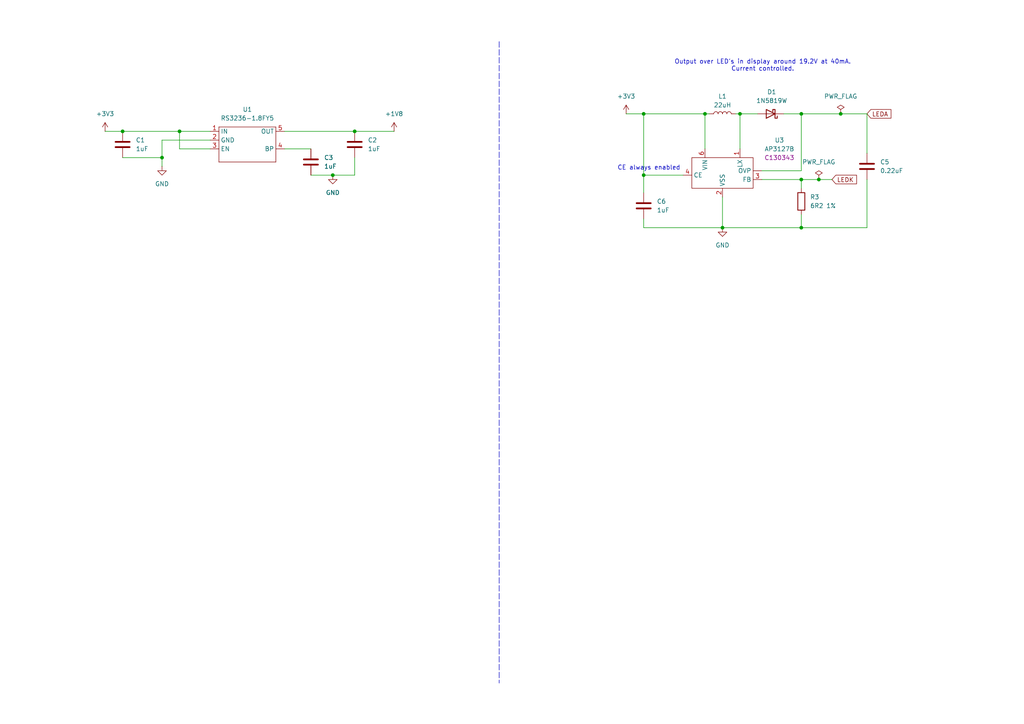
<source format=kicad_sch>
(kicad_sch (version 20231120) (generator "eeschema") (generator_version "8.0")
  (paper "A4")
  (lib_symbols
    (symbol "Device:C" (pin_numbers hide) (pin_names (offset 0.254))
      (property "Reference" "C" (at 0.635 2.54 0))
      (property "Value" "C" (at 0.635 -2.54 0))
      (symbol "C_0_1"
        (polyline (pts (xy -2.032 -0.762) (xy 2.032 -0.762)) (stroke (width 0.508)))
        (polyline (pts (xy -2.032 0.762) (xy 2.032 0.762)) (stroke (width 0.508)))
      )
      (symbol "C_1_1"
        (pin passive line (at 0 3.81 270) (length 2.794) (name "~") (number "1"))
        (pin passive line (at 0 -3.81 90) (length 2.794) (name "~") (number "2"))
      )
    )
    (symbol "Device:D_Schottky" (pin_numbers hide) (pin_names (offset 1.016) hide)
      (property "Reference" "D" (at 0 2.54 0))
      (property "Value" "D_Schottky" (at 0 -2.54 0))
      (symbol "D_Schottky_0_1"
        (polyline (pts (xy 1.27 0) (xy -1.27 0)))
        (polyline (pts (xy 1.27 1.27) (xy 1.27 -1.27) (xy -1.27 0) (xy 1.27 1.27)) (stroke (width 0.254)))
        (polyline (pts (xy -1.905 0.635) (xy -1.905 1.27) (xy -1.27 1.27) (xy -1.27 -1.27) (xy -0.635 -1.27) (xy -0.635 -0.635)) (stroke (width 0.254)))
      )
      (symbol "D_Schottky_1_1"
        (pin passive line (at -3.81 0 0) (length 2.54) (name "K") (number "1"))
        (pin passive line (at 3.81 0 180) (length 2.54) (name "A") (number "2"))
      )
    )
    (symbol "Device:L" (pin_numbers hide) (pin_names (offset 1.016) hide)
      (property "Reference" "L" (at -1.27 0 90))
      (property "Value" "L" (at 1.905 0 90))
      (symbol "L_0_1"
        (arc (start 0 -2.54) (mid 0.6323 -1.905) (end 0 -1.27))
        (arc (start 0 -1.27) (mid 0.6323 -0.635) (end 0 0))
        (arc (start 0 0) (mid 0.6323 0.635) (end 0 1.27))
        (arc (start 0 1.27) (mid 0.6323 1.905) (end 0 2.54))
      )
      (symbol "L_1_1"
        (pin passive line (at 0 3.81 270) (length 1.27) (name "1") (number "1"))
        (pin passive line (at 0 -3.81 90) (length 1.27) (name "2") (number "2"))
      )
    )
    (symbol "Device:R" (pin_numbers hide) (pin_names (offset 0))
      (property "Reference" "R" (at 2.032 0 90))
      (property "Value" "R" (at 0 0 90))
      (symbol "R_0_1"
        (rectangle (start -1.016 -2.54) (end 1.016 2.54) (stroke (width 0.254)))
      )
      (symbol "R_1_1"
        (pin passive line (at 0 3.81 270) (length 1.27) (name "~") (number "1"))
        (pin passive line (at 0 -3.81 90) (length 1.27) (name "~") (number "2"))
      )
    )
    (symbol "ap3127b-custom:ap3127b-sot-23-6l"
      (property "Reference" "U" (at 4.318 5.334 0))
      (property "Value" "AP3127B" (at 5.08 0 0))
      (property "LCSC" "C130343" (at -2.794 -7.874 0))
      (symbol "ap3127b-sot-23-6l_0_1"
        (polyline (pts (xy 3.81 -1.27) (xy 3.81 -1.27)))
        (polyline (pts (xy -3.81 3.81) (xy -3.81 -5.08) (xy 13.97 -5.08) (xy 13.97 3.81) (xy -3.81 3.81)))
      )
      (symbol "ap3127b-sot-23-6l_1_1"
        (pin input line (at 16.51 0 180) (length 2.54) (name "OVP") (number ""))
        (pin input line (at 10.16 6.35 270) (length 2.54) (name "LX") (number "1"))
        (pin input line (at 5.08 -7.62 90) (length 2.54) (name "VSS") (number "2"))
        (pin input line (at 16.51 -2.54 180) (length 2.54) (name "FB") (number "3"))
        (pin input line (at -6.35 -1.27 0) (length 2.54) (name "CE") (number "4"))
        (pin input line (at 0 6.35 270) (length 2.54) (name "VIN") (number "6"))
      )
    )
    (symbol "power:+1V8" (power) (pin_numbers hide) (pin_names (offset 0) hide)
      (property "Value" "+1V8" (at 0 3.556 0))
      (symbol "+1V8_0_1"
        (polyline (pts (xy -0.762 1.27) (xy 0 2.54)))
        (polyline (pts (xy 0 0) (xy 0 2.54)))
        (polyline (pts (xy 0 2.54) (xy 0.762 1.27)))
      )
      (symbol "+1V8_1_1"
        (pin power_in line (at 0 0 90) (length 0) (name "~") (number "1"))
      )
    )
    (symbol "power:+3V3" (power) (pin_numbers hide) (pin_names (offset 0) hide)
      (property "Value" "+3V3" (at 0 3.556 0))
      (symbol "+3V3_0_1"
        (polyline (pts (xy -0.762 1.27) (xy 0 2.54)))
        (polyline (pts (xy 0 0) (xy 0 2.54)))
        (polyline (pts (xy 0 2.54) (xy 0.762 1.27)))
      )
      (symbol "+3V3_1_1"
        (pin power_in line (at 0 0 90) (length 0) (name "~") (number "1"))
      )
    )
    (symbol "power:GND" (power) (pin_numbers hide) (pin_names (offset 0) hide)
      (property "Value" "GND" (at 0 -3.81 0))
      (symbol "GND_0_1"
        (polyline (pts (xy 0 0) (xy 0 -1.27) (xy 1.27 -1.27) (xy 0 -2.54) (xy -1.27 -1.27) (xy 0 -1.27)))
      )
      (symbol "GND_1_1"
        (pin power_in line (at 0 0 270) (length 0) (name "~") (number "1"))
      )
    )
    (symbol "power:PWR_FLAG" (power) (pin_numbers hide) (pin_names (offset 0) hide)
      (property "Value" "PWR_FLAG" (at 0 3.81 0))
      (symbol "PWR_FLAG_0_0"
        (pin power_out line (at 0 0 90) (length 0) (name "~") (number "1"))
      )
      (symbol "PWR_FLAG_0_1"
        (polyline (pts (xy 0 0) (xy 0 1.27) (xy -1.016 1.905) (xy 0 2.54) (xy 1.016 1.905) (xy 0 1.27)))
      )
    )
    (symbol "rs3236:rs3236-2.8yf5"
      (property "Reference" "U" (at 0 0 0))
      (property "Value" "RS3236-2.5FY5" (at 0 0 0))
      (symbol "rs3236-2.8yf5_0_1"
        (polyline (pts (xy -1.27 -1.27) (xy 15.24 -1.27)))
        (polyline (pts (xy -1.27 8.89) (xy -1.27 -1.27)))
        (polyline (pts (xy 15.24 8.89) (xy -1.27 8.89)))
        (polyline (pts (xy 15.24 8.89) (xy 15.24 -1.27)))
      )
      (symbol "rs3236-2.8yf5_1_1"
        (pin power_in line (at -3.81 7.62 0) (length 2.54) (name "IN") (number "1"))
        (pin power_in line (at -3.81 5.08 0) (length 2.54) (name "GND") (number "2"))
        (pin input line (at -3.81 2.54 0) (length 2.54) (name "EN") (number "3"))
        (pin output line (at 17.78 2.54 180) (length 2.54) (name "BP") (number "4"))
        (pin power_out line (at 17.78 7.62 180) (length 2.54) (name "OUT") (number "5"))
      )
    )
  )
  (junction (at 35.56 38.1))
  (junction (at 96.52 50.8))
  (junction (at 214.63 33.02))
  (junction (at 52.07 38.1))
  (junction (at 46.99 45.72))
  (junction (at 232.41 33.02))
  (junction (at 204.47 33.02))
  (junction (at 243.84 33.02))
  (junction (at 232.41 66.04))
  (junction (at 186.69 50.8))
  (junction (at 237.49 52.07))
  (junction (at 186.69 33.02))
  (junction (at 209.55 66.04))
  (junction (at 102.87 38.1))
  (junction (at 232.41 52.07))
  (wire (pts (xy 35.56 38.1) (xy 52.07 38.1)))
  (wire (pts (xy 102.87 50.8) (xy 102.87 45.72)))
  (wire (pts (xy 186.69 50.8) (xy 198.12 50.8)))
  (wire (pts (xy 214.63 33.02) (xy 214.63 43.18)))
  (wire (pts (xy 181.61 33.02) (xy 186.69 33.02)))
  (wire (pts (xy 209.55 66.04) (xy 186.69 66.04)))
  (wire (pts (xy 204.47 33.02) (xy 205.74 33.02)))
  (wire (pts (xy 60.96 40.64) (xy 46.99 40.64)))
  (wire (pts (xy 232.41 66.04) (xy 251.46 66.04)))
  (wire (pts (xy 232.41 52.07) (xy 237.49 52.07)))
  (wire (pts (xy 96.52 50.8) (xy 102.87 50.8)))
  (wire (pts (xy 220.98 49.53) (xy 232.41 49.53)))
  (wire (pts (xy 30.48 38.1) (xy 35.56 38.1)))
  (wire (pts (xy 237.49 52.07) (xy 241.3 52.07)))
  (wire (pts (xy 243.84 33.02) (xy 251.46 33.02)))
  (wire (pts (xy 213.36 33.02) (xy 214.63 33.02)))
  (wire (pts (xy 46.99 40.64) (xy 46.99 45.72)))
  (wire (pts (xy 251.46 33.02) (xy 251.46 44.45)))
  (wire (pts (xy 186.69 33.02) (xy 186.69 50.8)))
  (wire (pts (xy 60.96 43.18) (xy 52.07 43.18)))
  (wire (pts (xy 52.07 38.1) (xy 60.96 38.1)))
  (wire (pts (xy 82.55 43.18) (xy 90.17 43.18)))
  (wire (pts (xy 232.41 33.02) (xy 243.84 33.02)))
  (wire (pts (xy 186.69 66.04) (xy 186.69 63.5)))
  (wire (pts (xy 90.17 50.8) (xy 96.52 50.8)))
  (wire (pts (xy 209.55 66.04) (xy 232.41 66.04)))
  (wire (pts (xy 232.41 52.07) (xy 232.41 54.61)))
  (wire (pts (xy 214.63 33.02) (xy 219.71 33.02)))
  (polyline (pts (xy 144.78 12.065) (xy 144.78 198.12)) (stroke (width 0) (type dash)))
  (wire (pts (xy 227.33 33.02) (xy 232.41 33.02)))
  (wire (pts (xy 186.69 33.02) (xy 204.47 33.02)))
  (wire (pts (xy 220.98 52.07) (xy 232.41 52.07)))
  (wire (pts (xy 209.55 57.15) (xy 209.55 66.04)))
  (wire (pts (xy 102.87 38.1) (xy 114.3 38.1)))
  (wire (pts (xy 82.55 38.1) (xy 102.87 38.1)))
  (wire (pts (xy 186.69 50.8) (xy 186.69 55.88)))
  (wire (pts (xy 52.07 43.18) (xy 52.07 38.1)))
  (wire (pts (xy 251.46 52.07) (xy 251.46 66.04)))
  (wire (pts (xy 232.41 49.53) (xy 232.41 33.02)))
  (wire (pts (xy 46.99 45.72) (xy 46.99 48.26)))
  (wire (pts (xy 35.56 45.72) (xy 46.99 45.72)))
  (wire (pts (xy 204.47 33.02) (xy 204.47 43.18)))
  (wire (pts (xy 232.41 62.23) (xy 232.41 66.04)))
  (text "CE always enabled" (at 188.214 48.768 0) (effects (font (size 1.27 1.27))))
  (text "Output over LED's in display around 19.2V at 40mA.\nCurrent controlled." (at 221.234 19.05 0) (effects (font (size 1.27 1.27))))
  (global_label "LEDK" (shape input) (at 241.3 52.07 0) (property "Intersheetrefs" "${INTERSHEET_REFS}" (effects (hide yes))))
  (global_label "LEDA" (shape input) (at 251.46 33.02 0) (property "Intersheetrefs" "${INTERSHEET_REFS}" (effects (hide yes))))
  (symbol (lib_id "Device:D_Schottky") (at 223.52 33.02 180) (unit 1)
    (property "Reference" "D1" (at 223.8375 26.67 0))
    (property "Value" "1N5819W" (at 223.8375 29.21 0))
    (property "Footprint" "Diode_SMD:D_SOD-123" (effects (hide yes)))
    (property "Datasheet" "https://datasheet.lcsc.com/lcsc/1912111437_LGE-1N5819W_C402219.pdf" (effects (hide yes)))
    (property "Description" "Schottky diode" (effects (hide yes)))
    (property "LCSC" "C402219" (effects (hide yes)))
  )
  (symbol (lib_id "ap3127b-custom:ap3127b-sot-23-6l") (at 204.47 49.53 0) (unit 1)
    (property "Reference" "U3" (at 226.06 40.6714 0))
    (property "Value" "AP3127B" (at 226.06 43.2114 0))
    (property "Footprint" "Package_TO_SOT_SMD:SOT-23-6" (effects (hide yes)))
    (property "Datasheet" "https://file.remont-aud.net/baza/dc_dc/data/AP3127B.pdf" (effects (hide yes)))
    (property "Description" "Step-UP DC/DC converter / LED driver" (effects (hide yes)))
    (property "LCSC" "C130343" (at 226.06 45.7514 0))
  )
  (symbol (lib_id "Device:C") (at 251.46 48.26 0) (unit 1)
    (property "Reference" "C5" (at 255.27 46.9899 0) (effects (justify left)))
    (property "Value" "0.22uF" (at 255.27 49.5299 0) (effects (justify left)))
    (property "Footprint" "Capacitor_SMD:C_0603_1608Metric" (effects (hide yes)))
    (property "Description" "Unpolarized capacitor" (effects (hide yes)))
  )
  (symbol (lib_id "Device:R") (at 232.41 58.42 0) (unit 1)
    (property "Reference" "R3" (at 234.95 57.1499 0) (effects (justify left)))
    (property "Value" "6R2 1%" (at 234.95 59.6899 0) (effects (justify left)))
    (property "Footprint" "Resistor_SMD:R_0603_1608Metric" (effects (hide yes)))
    (property "Datasheet" "https://www.lcsc.com/datasheet/lcsc_datasheet_2304140030_RALEC-RTT036R34FTP_C166772.pdf" (effects (hide yes)))
    (property "Description" "Resistor" (effects (hide yes)))
    (property "lcsc" "C3013206" (effects (hide yes)))
  )
  (symbol (lib_id "Device:C") (at 186.69 59.69 0) (unit 1)
    (property "Reference" "C6" (at 190.5 58.4199 0) (effects (justify left)))
    (property "Value" "1uF" (at 190.5 60.9599 0) (effects (justify left)))
    (property "Footprint" "Capacitor_SMD:C_0603_1608Metric" (effects (hide yes)))
    (property "Description" "Unpolarized capacitor" (effects (hide yes)))
    (property "LCSC" "C5189821" (effects (hide yes)))
  )
  (symbol (lib_id "power:+1V8") (at 114.3 38.1 0) (unit 1)
    (property "Reference" "#PWR05" (effects (hide yes)))
    (property "Value" "+1V8" (at 114.3 33.02 0))
    (property "Description" "Power symbol creates a global label with name \"+1V8\"" (effects (hide yes)))
  )
  (symbol (lib_id "power:+3V3") (at 181.61 33.02 0) (unit 1)
    (property "Reference" "#PWR014" (effects (hide yes)))
    (property "Value" "+3V3" (at 181.61 27.94 0))
    (property "Description" "Power symbol creates a global label with name \"+3V3\"" (effects (hide yes)))
  )
  (symbol (lib_id "power:PWR_FLAG") (at 237.49 52.07 0) (unit 1)
    (property "Reference" "#FLG01" (effects (hide yes)))
    (property "Value" "PWR_FLAG" (at 237.49 46.99 0))
    (property "Description" "Special symbol for telling ERC where power comes from" (effects (hide yes)))
  )
  (symbol (lib_id "Device:C") (at 90.17 46.99 0) (unit 1)
    (property "Reference" "C3" (at 93.98 45.7199 0) (effects (justify left)))
    (property "Value" "1uF" (at 93.98 48.2599 0) (effects (justify left)))
    (property "Footprint" "Capacitor_SMD:C_0603_1608Metric" (effects (hide yes)))
    (property "Description" "Unpolarized capacitor" (effects (hide yes)))
    (property "LCSC" "C5189821" (effects (hide yes)))
  )
  (symbol (lib_id "power:GND") (at 46.99 48.26 0) (unit 1)
    (property "Reference" "#PWR04" (effects (hide yes)))
    (property "Value" "GND" (at 46.99 53.34 0))
    (property "Description" "Power symbol creates a global label with name \"GND\" , ground" (effects (hide yes)))
  )
  (symbol (lib_id "power:GND") (at 96.52 50.8 0) (unit 1)
    (property "Reference" "#PWR06" (effects (hide yes)))
    (property "Value" "GND" (at 96.52 55.88 0))
    (property "Description" "Power symbol creates a global label with name \"GND\" , ground" (effects (hide yes)))
  )
  (symbol (lib_id "rs3236:rs3236-2.8yf5") (at 64.77 45.72 0) (unit 1)
    (property "Reference" "U1" (at 71.755 31.75 0))
    (property "Value" "RS3236-1.8FY5" (at 71.755 34.29 0))
    (property "Footprint" "Package_TO_SOT_SMD:SOT-23-5" (effects (hide yes)))
    (property "Datasheet" "https://lcsc.com/datasheet/lcsc_datasheet_2304140030_Jiangsu-RUNIC-Tech-RS3236-1-8YF5_C379343.pdf" (effects (hide yes)))
    (property "Description" "Low dropout 2.5V voltage regulator" (effects (hide yes)))
    (property "Lcsc" "C379343" (effects (hide yes)))
  )
  (symbol (lib_id "power:GND") (at 209.55 66.04 0) (unit 1)
    (property "Reference" "#PWR013" (effects (hide yes)))
    (property "Value" "GND" (at 209.55 71.12 0))
    (property "Description" "Power symbol creates a global label with name \"GND\" , ground" (effects (hide yes)))
  )
  (symbol (lib_id "Device:C") (at 102.87 41.91 0) (unit 1)
    (property "Reference" "C2" (at 106.68 40.6399 0) (effects (justify left)))
    (property "Value" "1uF" (at 106.68 43.1799 0) (effects (justify left)))
    (property "Footprint" "Capacitor_SMD:C_0603_1608Metric" (effects (hide yes)))
    (property "Description" "Unpolarized capacitor" (effects (hide yes)))
    (property "LCSC" "C5189821" (effects (hide yes)))
  )
  (symbol (lib_id "power:+3V3") (at 30.48 38.1 0) (unit 1)
    (property "Reference" "#PWR03" (effects (hide yes)))
    (property "Value" "+3V3" (at 30.48 33.02 0))
    (property "Description" "Power symbol creates a global label with name \"+3V3\"" (effects (hide yes)))
  )
  (symbol (lib_id "Device:L") (at 209.55 33.02 90) (unit 1)
    (property "Reference" "L1" (at 209.55 27.94 90))
    (property "Value" "22uH" (at 209.55 30.48 90))
    (property "Footprint" "Inductor_SMD:L_Changjiang_FNR252010S" (effects (hide yes)))
    (property "Datasheet" "https://www.lcsc.com/datasheet/lcsc_datasheet_2002271926_microgate-MPIT252012-220M-LF_C486445.pdf" (effects (hide yes)))
    (property "Description" "Inductor" (effects (hide yes)))
    (property "LCSC" "C486445" (effects (hide yes)))
  )
  (symbol (lib_id "Device:C") (at 35.56 41.91 0) (unit 1)
    (property "Reference" "C1" (at 39.37 40.6399 0) (effects (justify left)))
    (property "Value" "1uF" (at 39.37 43.1799 0) (effects (justify left)))
    (property "Footprint" "Capacitor_SMD:C_0603_1608Metric" (effects (hide yes)))
    (property "Description" "Unpolarized capacitor" (effects (hide yes)))
    (property "LCSC" "C5189821" (effects (hide yes)))
  )
  (symbol (lib_id "power:PWR_FLAG") (at 243.84 33.02 0) (unit 1)
    (property "Reference" "#FLG03" (effects (hide yes)))
    (property "Value" "PWR_FLAG" (at 243.84 27.94 0))
    (property "Description" "Special symbol for telling ERC where power comes from" (effects (hide yes)))
  )
)
</source>
